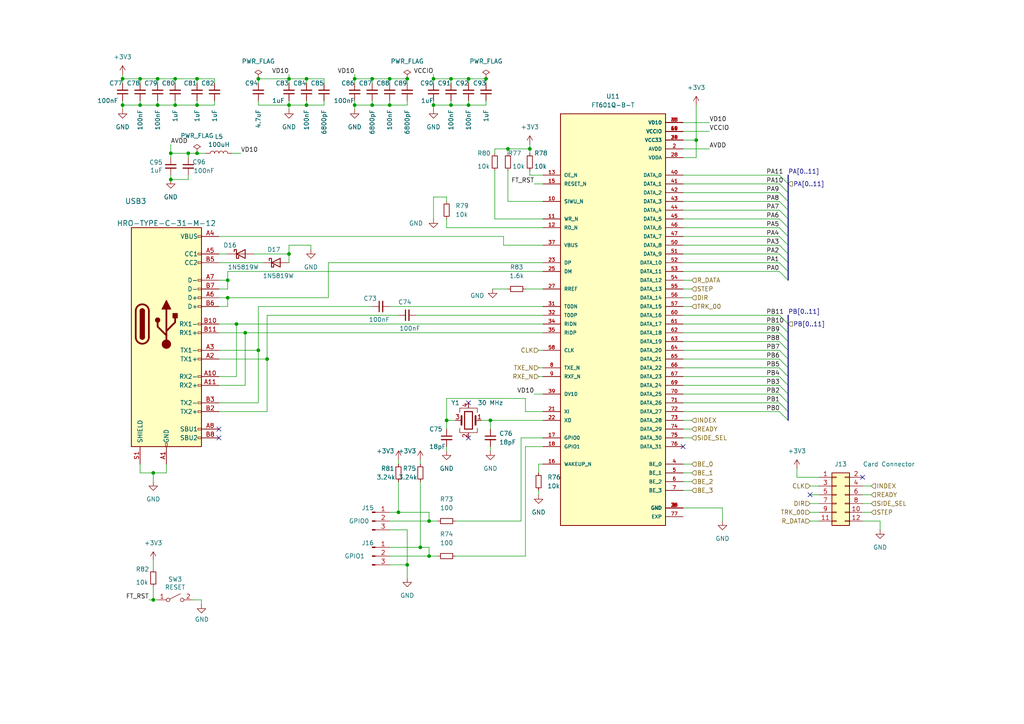
<source format=kicad_sch>
(kicad_sch (version 20211123) (generator eeschema)
  (paper "A4")
  (lib_symbols
    (symbol "Connector:Conn_01x03_Male" (pin_names (offset 1.016) hide)
      (property "Reference" "J" (at 0 5.08 0))
      (property "Value" "Conn_01x03_Male" (at 0 -5.08 0))
      (symbol "Conn_01x03_Male_1_1"
        (pin passive line (at 5.08 2.54 180) (length 3.81) (name "Pin_1") (number "1"))
        (pin passive line (at 5.08 0 180) (length 3.81) (name "Pin_2") (number "2"))
        (pin passive line (at 5.08 -2.54 180) (length 3.81) (name "Pin_3") (number "3"))
      )
    )
    (symbol "Connector:USB_C_Receptacle" (pin_names (offset 1.016))
      (property "Reference" "J" (at -10.16 29.21 0))
      (property "Value" "USB_C_Receptacle" (at 10.16 29.21 0))
      (symbol "USB_C_Receptacle_1_1"
        (pin passive line (at 0 -40.64 90) (length 5.08) (name "GND") (number "A1"))
        (pin bidirectional line (at 15.24 -15.24 180) (length 5.08) (name "RX2-") (number "A10"))
        (pin bidirectional line (at 15.24 -17.78 180) (length 5.08) (name "RX2+") (number "A11"))
        (pin passive line (at 0 -40.64 90) (length 5.08) hide (name "GND") (number "A12"))
        (pin bidirectional line (at 15.24 -10.16 180) (length 5.08) (name "TX1+") (number "A2"))
        (pin bidirectional line (at 15.24 -7.62 180) (length 5.08) (name "TX1-") (number "A3"))
        (pin passive line (at 15.24 25.4 180) (length 5.08) (name "VBUS") (number "A4"))
        (pin bidirectional line (at 15.24 20.32 180) (length 5.08) (name "CC1") (number "A5"))
        (pin bidirectional line (at 15.24 7.62 180) (length 5.08) (name "D+") (number "A6"))
        (pin bidirectional line (at 15.24 12.7 180) (length 5.08) (name "D-") (number "A7"))
        (pin bidirectional line (at 15.24 -30.48 180) (length 5.08) (name "SBU1") (number "A8"))
        (pin passive line (at 15.24 25.4 180) (length 5.08) hide (name "VBUS") (number "A9"))
        (pin passive line (at 0 -40.64 90) (length 5.08) hide (name "GND") (number "B1"))
        (pin bidirectional line (at 15.24 0 180) (length 5.08) (name "RX1-") (number "B10"))
        (pin bidirectional line (at 15.24 -2.54 180) (length 5.08) (name "RX1+") (number "B11"))
        (pin passive line (at 0 -40.64 90) (length 5.08) hide (name "GND") (number "B12"))
        (pin bidirectional line (at 15.24 -25.4 180) (length 5.08) (name "TX2+") (number "B2"))
        (pin bidirectional line (at 15.24 -22.86 180) (length 5.08) (name "TX2-") (number "B3"))
        (pin passive line (at 15.24 25.4 180) (length 5.08) hide (name "VBUS") (number "B4"))
        (pin bidirectional line (at 15.24 17.78 180) (length 5.08) (name "CC2") (number "B5"))
        (pin bidirectional line (at 15.24 5.08 180) (length 5.08) (name "D+") (number "B6"))
        (pin bidirectional line (at 15.24 10.16 180) (length 5.08) (name "D-") (number "B7"))
        (pin bidirectional line (at 15.24 -33.02 180) (length 5.08) (name "SBU2") (number "B8"))
        (pin passive line (at 15.24 25.4 180) (length 5.08) hide (name "VBUS") (number "B9"))
        (pin passive line (at -7.62 -40.64 90) (length 5.08) (name "SHIELD") (number "S1"))
      )
    )
    (symbol "Connector_Generic:Conn_02x06_Odd_Even" (pin_names (offset 1.016) hide)
      (property "Reference" "J" (at 1.27 7.62 0))
      (property "Value" "Conn_02x06_Odd_Even" (at 1.27 -10.16 0))
      (symbol "Conn_02x06_Odd_Even_1_1"
        (pin passive line (at -5.08 5.08 0) (length 3.81) (name "Pin_1") (number "1"))
        (pin passive line (at 7.62 -5.08 180) (length 3.81) (name "Pin_10") (number "10"))
        (pin passive line (at -5.08 -7.62 0) (length 3.81) (name "Pin_11") (number "11"))
        (pin passive line (at 7.62 -7.62 180) (length 3.81) (name "Pin_12") (number "12"))
        (pin passive line (at 7.62 5.08 180) (length 3.81) (name "Pin_2") (number "2"))
        (pin passive line (at -5.08 2.54 0) (length 3.81) (name "Pin_3") (number "3"))
        (pin passive line (at 7.62 2.54 180) (length 3.81) (name "Pin_4") (number "4"))
        (pin passive line (at -5.08 0 0) (length 3.81) (name "Pin_5") (number "5"))
        (pin passive line (at 7.62 0 180) (length 3.81) (name "Pin_6") (number "6"))
        (pin passive line (at -5.08 -2.54 0) (length 3.81) (name "Pin_7") (number "7"))
        (pin passive line (at 7.62 -2.54 180) (length 3.81) (name "Pin_8") (number "8"))
        (pin passive line (at -5.08 -5.08 0) (length 3.81) (name "Pin_9") (number "9"))
      )
    )
    (symbol "Device:C_Small" (pin_numbers hide) (pin_names (offset 0.254) hide)
      (property "Reference" "C" (at 0.254 1.778 0))
      (property "Value" "C_Small" (at 0.254 -2.032 0))
      (symbol "C_Small_1_1"
        (pin passive line (at 0 2.54 270) (length 2.032) (name "~") (number "1"))
        (pin passive line (at 0 -2.54 90) (length 2.032) (name "~") (number "2"))
      )
    )
    (symbol "Device:Crystal_GND24" (pin_names (offset 1.016) hide)
      (property "Reference" "Y" (at 3.175 5.08 0))
      (property "Value" "Crystal_GND24" (at 3.175 3.175 0))
      (symbol "Crystal_GND24_1_1"
        (pin passive line (at -3.81 0 0) (length 1.27) (name "1") (number "1"))
        (pin passive line (at 0 5.08 270) (length 1.27) (name "2") (number "2"))
        (pin passive line (at 3.81 0 180) (length 1.27) (name "3") (number "3"))
        (pin passive line (at 0 -5.08 90) (length 1.27) (name "4") (number "4"))
      )
    )
    (symbol "Device:D_Schottky" (pin_numbers hide) (pin_names (offset 1.016) hide)
      (property "Reference" "D" (at 0 2.54 0))
      (property "Value" "D_Schottky" (at 0 -2.54 0))
      (symbol "D_Schottky_1_1"
        (pin passive line (at -3.81 0 0) (length 2.54) (name "K") (number "1"))
        (pin passive line (at 3.81 0 180) (length 2.54) (name "A") (number "2"))
      )
    )
    (symbol "Device:L" (pin_numbers hide) (pin_names (offset 1.016) hide)
      (property "Reference" "L" (at -1.27 0 90))
      (property "Value" "L" (at 1.905 0 90))
      (symbol "L_1_1"
        (pin passive line (at 0 3.81 270) (length 1.27) (name "1") (number "1"))
        (pin passive line (at 0 -3.81 90) (length 1.27) (name "2") (number "2"))
      )
    )
    (symbol "Device:R_Small" (pin_numbers hide) (pin_names (offset 0.254) hide)
      (property "Reference" "R" (at 0.762 0.508 0))
      (property "Value" "R_Small" (at 0.762 -1.016 0))
      (symbol "R_Small_1_1"
        (pin passive line (at 0 2.54 270) (length 0.762) (name "~") (number "1"))
        (pin passive line (at 0 -2.54 90) (length 0.762) (name "~") (number "2"))
      )
    )
    (symbol "Greaseweazle:FT601Q-B-T" (pin_names (offset 1.016))
      (property "Reference" "U" (at -15.24 60.9854 0))
      (property "Value" "FT601Q-B-T" (at -15.2654 -61.0362 0))
      (symbol "FT601Q-B-T_0_0"
        (pin power_in line (at 20.32 -53.34 180) (length 5.08) (name "GND") (number "1"))
        (pin input line (at -20.32 35.56 0) (length 5.08) (name "SIWU_N") (number "10"))
        (pin input line (at -20.32 30.48 0) (length 5.08) (name "WR_N") (number "11"))
        (pin input line (at -20.32 27.94 0) (length 5.08) (name "RD_N") (number "12"))
        (pin input line (at -20.32 43.18 0) (length 5.08) (name "OE_N") (number "13"))
        (pin power_in line (at 20.32 55.88 180) (length 5.08) (name "VCCIO") (number "14"))
        (pin input line (at -20.32 40.64 0) (length 5.08) (name "RESET_N") (number "15"))
        (pin bidirectional line (at -20.32 -40.64 0) (length 5.08) (name "WAKEUP_N") (number "16"))
        (pin bidirectional line (at -20.32 -33.02 0) (length 5.08) (name "GPIO0") (number "17"))
        (pin bidirectional line (at -20.32 -35.56 0) (length 5.08) (name "GPIO1") (number "18"))
        (pin power_in line (at 20.32 50.8 180) (length 5.08) (name "AVDD") (number "2"))
        (pin power_in line (at 20.32 53.34 180) (length 5.08) (name "VCC33") (number "20"))
        (pin input line (at -20.32 -25.4 0) (length 5.08) (name "XI") (number "21"))
        (pin output line (at -20.32 -27.94 0) (length 5.08) (name "XO") (number "22"))
        (pin bidirectional line (at -20.32 17.78 0) (length 5.08) (name "DP") (number "23"))
        (pin power_in line (at 20.32 53.34 180) (length 5.08) (name "VCC33") (number "24"))
        (pin bidirectional line (at -20.32 15.24 0) (length 5.08) (name "DM") (number "25"))
        (pin power_in line (at 20.32 -53.34 180) (length 5.08) (name "GND") (number "26"))
        (pin input line (at -20.32 10.16 0) (length 5.08) (name "RREF") (number "27"))
        (pin power_in line (at 20.32 48.26 180) (length 5.08) (name "VDDA") (number "28"))
        (pin power_in line (at 20.32 -53.34 180) (length 5.08) (name "GND") (number "29"))
        (pin power_in line (at 20.32 58.42 180) (length 5.08) (name "VD10") (number "3"))
        (pin power_in line (at 20.32 58.42 180) (length 5.08) (name "VD10") (number "30"))
        (pin output line (at -20.32 5.08 0) (length 5.08) (name "T0DN") (number "31"))
        (pin output line (at -20.32 2.54 0) (length 5.08) (name "T0DP") (number "32"))
        (pin power_in line (at 20.32 58.42 180) (length 5.08) (name "VD10") (number "33"))
        (pin input line (at -20.32 0 0) (length 5.08) (name "RIDN") (number "34"))
        (pin input line (at -20.32 -2.54 0) (length 5.08) (name "RIDP") (number "35"))
        (pin power_in line (at 20.32 -53.34 180) (length 5.08) (name "GND") (number "36"))
        (pin input line (at -20.32 22.86 0) (length 5.08) (name "VBUS") (number "37"))
        (pin power_in line (at 20.32 53.34 180) (length 5.08) (name "VCC33") (number "38"))
        (pin output line (at -20.32 -20.32 0) (length 5.08) (name "DV10") (number "39"))
        (pin bidirectional line (at 20.32 -40.64 180) (length 5.08) (name "BE_0") (number "4"))
        (pin bidirectional line (at 20.32 43.18 180) (length 5.08) (name "DATA_0") (number "40"))
        (pin bidirectional line (at 20.32 40.64 180) (length 5.08) (name "DATA_1") (number "41"))
        (pin bidirectional line (at 20.32 38.1 180) (length 5.08) (name "DATA_2") (number "42"))
        (pin bidirectional line (at 20.32 35.56 180) (length 5.08) (name "DATA_3") (number "43"))
        (pin bidirectional line (at 20.32 33.02 180) (length 5.08) (name "DATA_4") (number "44"))
        (pin bidirectional line (at 20.32 30.48 180) (length 5.08) (name "DATA_5") (number "45"))
        (pin bidirectional line (at 20.32 27.94 180) (length 5.08) (name "DATA_6") (number "46"))
        (pin bidirectional line (at 20.32 25.4 180) (length 5.08) (name "DATA_7") (number "47"))
        (pin power_in line (at 20.32 58.42 180) (length 5.08) (name "VD10") (number "48"))
        (pin power_in line (at 20.32 55.88 180) (length 5.08) (name "VCCIO") (number "49"))
        (pin bidirectional line (at 20.32 -43.18 180) (length 5.08) (name "BE_1") (number "5"))
        (pin bidirectional line (at 20.32 22.86 180) (length 5.08) (name "DATA_8") (number "50"))
        (pin bidirectional line (at 20.32 20.32 180) (length 5.08) (name "DATA_9") (number "51"))
        (pin bidirectional line (at 20.32 17.78 180) (length 5.08) (name "DATA_10") (number "52"))
        (pin bidirectional line (at 20.32 15.24 180) (length 5.08) (name "DATA_11") (number "53"))
        (pin bidirectional line (at 20.32 12.7 180) (length 5.08) (name "DATA_12") (number "54"))
        (pin bidirectional line (at 20.32 10.16 180) (length 5.08) (name "DATA_13") (number "55"))
        (pin bidirectional line (at 20.32 7.62 180) (length 5.08) (name "DATA_14") (number "56"))
        (pin bidirectional line (at 20.32 5.08 180) (length 5.08) (name "DATA_15") (number "57"))
        (pin output line (at -20.32 -7.62 0) (length 5.08) (name "CLK") (number "58"))
        (pin power_in line (at 20.32 55.88 180) (length 5.08) (name "VCCIO") (number "59"))
        (pin bidirectional line (at 20.32 -45.72 180) (length 5.08) (name "BE_2") (number "6"))
        (pin bidirectional line (at 20.32 2.54 180) (length 5.08) (name "DATA_16") (number "60"))
        (pin bidirectional line (at 20.32 0 180) (length 5.08) (name "DATA_17") (number "61"))
        (pin bidirectional line (at 20.32 -2.54 180) (length 5.08) (name "DATA_18") (number "62"))
        (pin bidirectional line (at 20.32 -5.08 180) (length 5.08) (name "DATA_19") (number "63"))
        (pin bidirectional line (at 20.32 -7.62 180) (length 5.08) (name "DATA_20") (number "64"))
        (pin bidirectional line (at 20.32 -10.16 180) (length 5.08) (name "DATA_21") (number "65"))
        (pin bidirectional line (at 20.32 -12.7 180) (length 5.08) (name "DATA_22") (number "66"))
        (pin bidirectional line (at 20.32 -15.24 180) (length 5.08) (name "DATA_23") (number "67"))
        (pin power_in line (at 20.32 55.88 180) (length 5.08) (name "VCCIO") (number "68"))
        (pin bidirectional line (at 20.32 -17.78 180) (length 5.08) (name "DATA_24") (number "69"))
        (pin bidirectional line (at 20.32 -48.26 180) (length 5.08) (name "BE_3") (number "7"))
        (pin bidirectional line (at 20.32 -20.32 180) (length 5.08) (name "DATA_25") (number "70"))
        (pin bidirectional line (at 20.32 -22.86 180) (length 5.08) (name "DATA_26") (number "71"))
        (pin bidirectional line (at 20.32 -25.4 180) (length 5.08) (name "DATA_27") (number "72"))
        (pin bidirectional line (at 20.32 -27.94 180) (length 5.08) (name "DATA_28") (number "73"))
        (pin bidirectional line (at 20.32 -30.48 180) (length 5.08) (name "DATA_29") (number "74"))
        (pin bidirectional line (at 20.32 -33.02 180) (length 5.08) (name "DATA_30") (number "75"))
        (pin bidirectional line (at 20.32 -35.56 180) (length 5.08) (name "DATA_31") (number "76"))
        (pin power_in line (at 20.32 -55.88 180) (length 5.08) (name "EXP") (number "77"))
        (pin output line (at -20.32 -12.7 0) (length 5.08) (name "TXE_N") (number "8"))
        (pin output line (at -20.32 -15.24 0) (length 5.08) (name "RXF_N") (number "9"))
      )
    )
    (symbol "Switch:SW_SPST" (pin_names (offset 0) hide)
      (property "Reference" "SW" (at 0 3.175 0))
      (property "Value" "SW_SPST" (at 0 -2.54 0))
      (symbol "SW_SPST_1_1"
        (pin passive line (at -5.08 0 0) (length 2.54) (name "A") (number "1"))
        (pin passive line (at 5.08 0 180) (length 2.54) (name "B") (number "2"))
      )
    )
    (symbol "power:+3V3" (power) (pin_names (offset 0))
      (property "Value" "+3V3" (at 0 3.556 0))
      (symbol "+3V3_1_1"
        (pin power_in line (at 0 0 90) (length 0) hide (name "+3V3") (number "1"))
      )
    )
    (symbol "power:GND" (power) (pin_names (offset 0))
      (property "Value" "GND" (at 0 -3.81 0))
      (symbol "GND_1_1"
        (pin power_in line (at 0 0 270) (length 0) hide (name "GND") (number "1"))
      )
    )
    (symbol "power:PWR_FLAG" (power) (pin_numbers hide) (pin_names (offset 0) hide)
      (property "Value" "PWR_FLAG" (at 0 3.81 0))
      (symbol "PWR_FLAG_0_0"
        (pin power_out line (at 0 0 90) (length 0) (name "pwr") (number "1"))
      )
    )
  )
  (junction (at 130.81 30.48))
  (junction (at 50.8 30.48))
  (junction (at 83.82 73.66))
  (junction (at 153.67 43.18))
  (junction (at 66.04 86.36))
  (junction (at 54.61 44.45))
  (junction (at 40.64 30.48))
  (junction (at 118.11 163.83))
  (junction (at 201.93 40.64))
  (junction (at 121.92 158.75))
  (junction (at 66.04 81.28))
  (junction (at 77.47 104.14))
  (junction (at 129.54 121.92))
  (junction (at 74.93 22.86))
  (junction (at 113.03 22.86))
  (junction (at 83.82 22.86))
  (junction (at 102.87 22.86))
  (junction (at 44.45 173.99))
  (junction (at 102.87 30.48))
  (junction (at 124.46 161.29))
  (junction (at 45.72 30.48))
  (junction (at 147.32 43.18))
  (junction (at 130.81 22.86))
  (junction (at 88.9 30.48))
  (junction (at 35.56 22.86))
  (junction (at 140.97 22.86))
  (junction (at 115.57 148.59))
  (junction (at 113.03 30.48))
  (junction (at 124.46 151.13))
  (junction (at 125.73 22.86))
  (junction (at 142.24 121.92))
  (junction (at 49.53 52.07))
  (junction (at 118.11 22.86))
  (junction (at 74.93 101.6))
  (junction (at 107.95 22.86))
  (junction (at 57.15 30.48))
  (junction (at 71.12 96.52))
  (junction (at 107.95 30.48))
  (junction (at 135.89 22.86))
  (junction (at 44.45 137.16))
  (junction (at 49.53 44.45))
  (junction (at 40.64 22.86))
  (junction (at 57.15 22.86))
  (junction (at 83.82 30.48))
  (junction (at 50.8 22.86))
  (junction (at 57.15 44.45))
  (junction (at 135.89 30.48))
  (junction (at 68.58 93.98))
  (junction (at 45.72 22.86))
  (junction (at 125.73 30.48))
  (junction (at 35.56 30.48))
  (junction (at 88.9 22.86))
  (no_connect (at 250.19 138.43))
  (no_connect (at 135.89 127))
  (no_connect (at 198.12 129.54))
  (no_connect (at 135.89 116.84))
  (no_connect (at 63.5 124.46))
  (no_connect (at 63.5 127))
  (no_connect (at 234.95 143.51))
  (bus_entry (at 226.06 60.96) (size 2.54 2.54))
  (bus_entry (at 226.06 76.2) (size 2.54 2.54))
  (bus_entry (at 226.06 104.14) (size 2.54 2.54))
  (bus_entry (at 226.06 96.52) (size 2.54 2.54))
  (bus_entry (at 226.06 71.12) (size 2.54 2.54))
  (bus_entry (at 226.06 66.04) (size 2.54 2.54))
  (bus_entry (at 226.06 68.58) (size 2.54 2.54))
  (bus_entry (at 226.06 116.84) (size 2.54 2.54))
  (bus_entry (at 226.06 78.74) (size 2.54 2.54))
  (bus_entry (at 226.06 73.66) (size 2.54 2.54))
  (bus_entry (at 226.06 109.22) (size 2.54 2.54))
  (bus_entry (at 226.06 111.76) (size 2.54 2.54))
  (bus_entry (at 226.06 93.98) (size 2.54 2.54))
  (bus_entry (at 226.06 55.88) (size 2.54 2.54))
  (bus_entry (at 226.06 99.06) (size 2.54 2.54))
  (bus_entry (at 226.06 101.6) (size 2.54 2.54))
  (bus_entry (at 226.06 119.38) (size 2.54 2.54))
  (bus_entry (at 226.06 106.68) (size 2.54 2.54))
  (bus_entry (at 226.06 50.8) (size 2.54 2.54))
  (bus_entry (at 226.06 91.44) (size 2.54 2.54))
  (bus_entry (at 226.06 114.3) (size 2.54 2.54))
  (bus_entry (at 226.06 53.34) (size 2.54 2.54))
  (bus_entry (at 226.06 58.42) (size 2.54 2.54))
  (bus_entry (at 226.06 63.5) (size 2.54 2.54))
  (bus (pts (xy 228.6 53.34) (xy 228.6 55.88)))
  (wire (pts (xy 102.87 21.59) (xy 102.87 22.86)))
  (wire (pts (xy 198.12 78.74) (xy 226.06 78.74)))
  (wire (pts (xy 88.9 22.86) (xy 93.98 22.86)))
  (wire (pts (xy 198.12 83.82) (xy 200.66 83.82)))
  (wire (pts (xy 62.23 30.48) (xy 62.23 29.21)))
  (wire (pts (xy 151.13 127) (xy 151.13 151.13)))
  (wire (pts (xy 198.12 93.98) (xy 226.06 93.98)))
  (wire (pts (xy 55.88 173.99) (xy 58.42 173.99)))
  (bus (pts (xy 228.6 50.8) (xy 228.6 53.34)))
  (wire (pts (xy 40.64 30.48) (xy 40.64 29.21)))
  (wire (pts (xy 44.45 162.56) (xy 44.45 165.1)))
  (wire (pts (xy 44.45 170.18) (xy 44.45 173.99)))
  (wire (pts (xy 88.9 22.86) (xy 88.9 24.13)))
  (bus (pts (xy 228.6 71.12) (xy 228.6 73.66)))
  (wire (pts (xy 57.15 22.86) (xy 62.23 22.86)))
  (wire (pts (xy 67.31 44.45) (xy 69.85 44.45)))
  (wire (pts (xy 50.8 22.86) (xy 50.8 24.13)))
  (wire (pts (xy 140.97 22.86) (xy 140.97 24.13)))
  (wire (pts (xy 113.03 153.67) (xy 118.11 153.67)))
  (bus (pts (xy 228.6 60.96) (xy 228.6 63.5)))
  (wire (pts (xy 124.46 148.59) (xy 124.46 151.13)))
  (wire (pts (xy 35.56 21.59) (xy 35.56 22.86)))
  (wire (pts (xy 107.95 30.48) (xy 107.95 29.21)))
  (wire (pts (xy 83.82 22.86) (xy 83.82 24.13)))
  (wire (pts (xy 115.57 148.59) (xy 124.46 148.59)))
  (wire (pts (xy 74.93 116.84) (xy 74.93 101.6)))
  (wire (pts (xy 125.73 57.15) (xy 129.54 57.15)))
  (wire (pts (xy 35.56 22.86) (xy 40.64 22.86)))
  (wire (pts (xy 40.64 22.86) (xy 40.64 24.13)))
  (bus (pts (xy 228.6 106.68) (xy 228.6 109.22)))
  (wire (pts (xy 198.12 71.12) (xy 226.06 71.12)))
  (wire (pts (xy 154.94 114.3) (xy 157.48 114.3)))
  (wire (pts (xy 234.95 140.97) (xy 237.49 140.97)))
  (wire (pts (xy 153.67 41.91) (xy 153.67 43.18)))
  (wire (pts (xy 35.56 30.48) (xy 40.64 30.48)))
  (wire (pts (xy 140.97 30.48) (xy 140.97 29.21)))
  (wire (pts (xy 74.93 22.86) (xy 83.82 22.86)))
  (wire (pts (xy 95.25 86.36) (xy 95.25 76.2)))
  (wire (pts (xy 143.51 49.53) (xy 143.51 63.5)))
  (wire (pts (xy 63.5 81.28) (xy 66.04 81.28)))
  (wire (pts (xy 63.5 116.84) (xy 74.93 116.84)))
  (wire (pts (xy 107.95 30.48) (xy 113.03 30.48)))
  (bus (pts (xy 228.6 68.58) (xy 228.6 71.12)))
  (wire (pts (xy 234.95 148.59) (xy 237.49 148.59)))
  (wire (pts (xy 198.12 55.88) (xy 226.06 55.88)))
  (bus (pts (xy 228.6 63.5) (xy 228.6 66.04)))
  (wire (pts (xy 88.9 30.48) (xy 88.9 29.21)))
  (wire (pts (xy 58.42 173.99) (xy 58.42 175.26)))
  (wire (pts (xy 125.73 21.59) (xy 125.73 22.86)))
  (wire (pts (xy 156.21 109.22) (xy 157.48 109.22)))
  (bus (pts (xy 228.6 93.98) (xy 228.6 96.52)))
  (wire (pts (xy 125.73 29.21) (xy 125.73 30.48)))
  (wire (pts (xy 198.12 86.36) (xy 200.66 86.36)))
  (wire (pts (xy 129.54 115.57) (xy 129.54 121.92)))
  (wire (pts (xy 250.19 146.05) (xy 252.73 146.05)))
  (wire (pts (xy 121.92 133.35) (xy 121.92 134.62)))
  (wire (pts (xy 142.24 121.92) (xy 157.48 121.92)))
  (wire (pts (xy 198.12 109.22) (xy 226.06 109.22)))
  (wire (pts (xy 66.04 81.28) (xy 66.04 83.82)))
  (wire (pts (xy 45.72 30.48) (xy 45.72 29.21)))
  (wire (pts (xy 66.04 78.74) (xy 66.04 81.28)))
  (wire (pts (xy 74.93 88.9) (xy 74.93 101.6)))
  (wire (pts (xy 57.15 44.45) (xy 54.61 44.45)))
  (wire (pts (xy 120.65 91.44) (xy 157.48 91.44)))
  (wire (pts (xy 231.14 138.43) (xy 237.49 138.43)))
  (wire (pts (xy 154.94 53.34) (xy 157.48 53.34)))
  (wire (pts (xy 49.53 44.45) (xy 49.53 45.72)))
  (wire (pts (xy 66.04 86.36) (xy 95.25 86.36)))
  (wire (pts (xy 50.8 22.86) (xy 57.15 22.86)))
  (wire (pts (xy 129.54 63.5) (xy 129.54 66.04)))
  (wire (pts (xy 198.12 101.6) (xy 226.06 101.6)))
  (wire (pts (xy 48.26 137.16) (xy 48.26 134.62)))
  (wire (pts (xy 153.67 50.8) (xy 157.48 50.8)))
  (wire (pts (xy 124.46 151.13) (xy 127 151.13)))
  (wire (pts (xy 198.12 124.46) (xy 200.66 124.46)))
  (wire (pts (xy 198.12 50.8) (xy 226.06 50.8)))
  (wire (pts (xy 152.4 161.29) (xy 132.08 161.29)))
  (wire (pts (xy 43.18 173.99) (xy 44.45 173.99)))
  (wire (pts (xy 198.12 68.58) (xy 226.06 68.58)))
  (wire (pts (xy 88.9 30.48) (xy 93.98 30.48)))
  (wire (pts (xy 118.11 163.83) (xy 113.03 163.83)))
  (wire (pts (xy 135.89 30.48) (xy 135.89 29.21)))
  (wire (pts (xy 129.54 57.15) (xy 129.54 58.42)))
  (bus (pts (xy 228.6 73.66) (xy 228.6 76.2)))
  (wire (pts (xy 71.12 96.52) (xy 157.48 96.52)))
  (wire (pts (xy 63.5 109.22) (xy 68.58 109.22)))
  (wire (pts (xy 157.48 129.54) (xy 152.4 129.54)))
  (wire (pts (xy 83.82 21.59) (xy 83.82 22.86)))
  (wire (pts (xy 83.82 30.48) (xy 88.9 30.48)))
  (bus (pts (xy 228.6 66.04) (xy 228.6 68.58)))
  (wire (pts (xy 198.12 81.28) (xy 200.66 81.28)))
  (wire (pts (xy 231.14 135.89) (xy 231.14 138.43)))
  (wire (pts (xy 63.5 104.14) (xy 77.47 104.14)))
  (wire (pts (xy 35.56 22.86) (xy 35.56 24.13)))
  (wire (pts (xy 153.67 49.53) (xy 153.67 50.8)))
  (wire (pts (xy 132.08 121.92) (xy 129.54 121.92)))
  (wire (pts (xy 143.51 43.18) (xy 147.32 43.18)))
  (bus (pts (xy 228.6 91.44) (xy 228.6 93.98)))
  (wire (pts (xy 125.73 22.86) (xy 130.81 22.86)))
  (wire (pts (xy 102.87 30.48) (xy 107.95 30.48)))
  (wire (pts (xy 156.21 142.24) (xy 156.21 143.51)))
  (wire (pts (xy 57.15 30.48) (xy 57.15 29.21)))
  (wire (pts (xy 234.95 151.13) (xy 237.49 151.13)))
  (wire (pts (xy 130.81 22.86) (xy 135.89 22.86)))
  (bus (pts (xy 228.6 111.76) (xy 228.6 114.3)))
  (wire (pts (xy 142.875 83.82) (xy 147.32 83.82)))
  (wire (pts (xy 83.82 29.21) (xy 83.82 30.48)))
  (wire (pts (xy 113.03 88.9) (xy 157.48 88.9)))
  (bus (pts (xy 228.6 114.3) (xy 228.6 116.84)))
  (wire (pts (xy 44.45 173.99) (xy 45.72 173.99)))
  (wire (pts (xy 153.67 43.18) (xy 153.67 44.45)))
  (wire (pts (xy 152.4 83.82) (xy 157.48 83.82)))
  (bus (pts (xy 228.6 78.74) (xy 228.6 81.28)))
  (wire (pts (xy 71.12 111.76) (xy 63.5 111.76)))
  (wire (pts (xy 198.12 121.92) (xy 200.66 121.92)))
  (wire (pts (xy 77.47 119.38) (xy 77.47 104.14)))
  (bus (pts (xy 228.6 119.38) (xy 228.6 121.92)))
  (wire (pts (xy 118.11 22.86) (xy 118.11 24.13)))
  (wire (pts (xy 63.5 101.6) (xy 74.93 101.6)))
  (wire (pts (xy 135.89 30.48) (xy 140.97 30.48)))
  (wire (pts (xy 125.73 22.86) (xy 125.73 24.13)))
  (wire (pts (xy 118.11 30.48) (xy 118.11 29.21)))
  (wire (pts (xy 146.05 71.12) (xy 157.48 71.12)))
  (wire (pts (xy 198.12 137.16) (xy 200.66 137.16)))
  (wire (pts (xy 198.12 73.66) (xy 226.06 73.66)))
  (wire (pts (xy 198.12 111.76) (xy 226.06 111.76)))
  (wire (pts (xy 54.61 52.07) (xy 54.61 50.8)))
  (wire (pts (xy 198.12 88.9) (xy 200.66 88.9)))
  (wire (pts (xy 74.93 88.9) (xy 107.95 88.9)))
  (wire (pts (xy 95.25 76.2) (xy 157.48 76.2)))
  (wire (pts (xy 50.8 30.48) (xy 50.8 29.21)))
  (wire (pts (xy 113.03 22.86) (xy 113.03 24.13)))
  (wire (pts (xy 49.53 41.91) (xy 49.53 44.45)))
  (wire (pts (xy 129.54 129.54) (xy 129.54 130.81)))
  (wire (pts (xy 45.72 22.86) (xy 45.72 24.13)))
  (wire (pts (xy 83.82 71.12) (xy 90.17 71.12)))
  (wire (pts (xy 57.15 22.86) (xy 57.15 24.13)))
  (wire (pts (xy 59.69 44.45) (xy 57.15 44.45)))
  (wire (pts (xy 63.5 96.52) (xy 71.12 96.52)))
  (wire (pts (xy 250.19 148.59) (xy 252.73 148.59)))
  (wire (pts (xy 54.61 44.45) (xy 54.61 45.72)))
  (wire (pts (xy 198.12 91.44) (xy 226.06 91.44)))
  (wire (pts (xy 93.98 30.48) (xy 93.98 29.21)))
  (wire (pts (xy 83.82 30.48) (xy 83.82 31.75)))
  (wire (pts (xy 49.53 52.07) (xy 49.53 50.8)))
  (bus (pts (xy 228.6 76.2) (xy 228.6 78.74)))
  (wire (pts (xy 125.73 63.5) (xy 125.73 57.15)))
  (wire (pts (xy 255.27 151.13) (xy 255.27 153.67)))
  (wire (pts (xy 124.46 161.29) (xy 127 161.29)))
  (wire (pts (xy 63.5 73.66) (xy 66.04 73.66)))
  (wire (pts (xy 156.21 137.16) (xy 156.21 134.62)))
  (wire (pts (xy 198.12 106.68) (xy 226.06 106.68)))
  (wire (pts (xy 152.4 119.38) (xy 157.48 119.38)))
  (wire (pts (xy 198.12 35.56) (xy 205.74 35.56)))
  (wire (pts (xy 50.8 30.48) (xy 57.15 30.48)))
  (wire (pts (xy 115.57 139.7) (xy 115.57 148.59)))
  (wire (pts (xy 198.12 139.7) (xy 200.66 139.7)))
  (wire (pts (xy 156.21 106.68) (xy 157.48 106.68)))
  (wire (pts (xy 135.89 22.86) (xy 135.89 24.13)))
  (wire (pts (xy 71.12 96.52) (xy 71.12 111.76)))
  (wire (pts (xy 198.12 114.3) (xy 226.06 114.3)))
  (wire (pts (xy 198.12 134.62) (xy 200.66 134.62)))
  (wire (pts (xy 44.45 137.16) (xy 44.45 139.7)))
  (wire (pts (xy 62.23 22.86) (xy 62.23 24.13)))
  (wire (pts (xy 201.93 45.72) (xy 201.93 40.64)))
  (wire (pts (xy 198.12 38.1) (xy 205.74 38.1)))
  (wire (pts (xy 40.64 30.48) (xy 45.72 30.48)))
  (wire (pts (xy 129.54 115.57) (xy 152.4 115.57)))
  (wire (pts (xy 40.64 22.86) (xy 45.72 22.86)))
  (wire (pts (xy 139.7 121.92) (xy 142.24 121.92)))
  (bus (pts (xy 228.6 58.42) (xy 228.6 60.96)))
  (wire (pts (xy 83.82 73.66) (xy 83.82 71.12)))
  (wire (pts (xy 35.56 29.21) (xy 35.56 30.48)))
  (wire (pts (xy 73.66 73.66) (xy 83.82 73.66)))
  (wire (pts (xy 118.11 153.67) (xy 118.11 163.83)))
  (wire (pts (xy 68.58 109.22) (xy 68.58 93.98)))
  (wire (pts (xy 198.12 119.38) (xy 226.06 119.38)))
  (wire (pts (xy 113.03 30.48) (xy 118.11 30.48)))
  (wire (pts (xy 147.32 58.42) (xy 157.48 58.42)))
  (wire (pts (xy 45.72 22.86) (xy 50.8 22.86)))
  (wire (pts (xy 152.4 115.57) (xy 152.4 119.38)))
  (bus (pts (xy 228.6 104.14) (xy 228.6 106.68)))
  (wire (pts (xy 142.24 129.54) (xy 142.24 130.81)))
  (bus (pts (xy 228.6 101.6) (xy 228.6 104.14)))
  (wire (pts (xy 74.93 24.13) (xy 74.93 22.86)))
  (wire (pts (xy 147.32 49.53) (xy 147.32 58.42)))
  (wire (pts (xy 147.32 44.45) (xy 147.32 43.18)))
  (wire (pts (xy 198.12 63.5) (xy 226.06 63.5)))
  (wire (pts (xy 152.4 129.54) (xy 152.4 161.29)))
  (wire (pts (xy 57.15 30.48) (xy 62.23 30.48)))
  (wire (pts (xy 74.93 30.48) (xy 83.82 30.48)))
  (wire (pts (xy 113.03 22.86) (xy 118.11 22.86)))
  (wire (pts (xy 157.48 78.74) (xy 66.04 78.74)))
  (wire (pts (xy 113.03 158.75) (xy 121.92 158.75)))
  (wire (pts (xy 113.03 151.13) (xy 124.46 151.13)))
  (wire (pts (xy 121.92 139.7) (xy 121.92 158.75)))
  (wire (pts (xy 66.04 86.36) (xy 63.5 86.36)))
  (wire (pts (xy 209.55 147.32) (xy 209.55 151.13)))
  (wire (pts (xy 113.03 30.48) (xy 113.03 29.21)))
  (bus (pts (xy 228.6 109.22) (xy 228.6 111.76)))
  (wire (pts (xy 102.87 22.86) (xy 102.87 24.13)))
  (wire (pts (xy 143.51 44.45) (xy 143.51 43.18)))
  (wire (pts (xy 40.64 134.62) (xy 40.64 137.16)))
  (wire (pts (xy 143.51 63.5) (xy 157.48 63.5)))
  (wire (pts (xy 63.5 93.98) (xy 68.58 93.98)))
  (wire (pts (xy 142.24 121.92) (xy 142.24 124.46)))
  (wire (pts (xy 63.5 68.58) (xy 146.05 68.58)))
  (wire (pts (xy 77.47 104.14) (xy 77.47 91.44)))
  (wire (pts (xy 107.95 22.86) (xy 107.95 24.13)))
  (wire (pts (xy 63.5 119.38) (xy 77.47 119.38)))
  (bus (pts (xy 228.6 55.88) (xy 228.6 58.42)))
  (wire (pts (xy 129.54 66.04) (xy 157.48 66.04)))
  (wire (pts (xy 44.45 137.16) (xy 48.26 137.16)))
  (wire (pts (xy 198.12 43.18) (xy 205.74 43.18)))
  (wire (pts (xy 129.54 121.92) (xy 129.54 124.46)))
  (wire (pts (xy 132.08 151.13) (xy 151.13 151.13)))
  (wire (pts (xy 40.64 137.16) (xy 44.45 137.16)))
  (wire (pts (xy 93.98 22.86) (xy 93.98 24.13)))
  (wire (pts (xy 113.03 148.59) (xy 115.57 148.59)))
  (wire (pts (xy 63.5 76.2) (xy 76.2 76.2)))
  (wire (pts (xy 54.61 52.07) (xy 49.53 52.07)))
  (wire (pts (xy 198.12 142.24) (xy 200.66 142.24)))
  (wire (pts (xy 234.95 146.05) (xy 237.49 146.05)))
  (wire (pts (xy 125.73 30.48) (xy 125.73 31.75)))
  (wire (pts (xy 113.03 161.29) (xy 124.46 161.29)))
  (wire (pts (xy 198.12 76.2) (xy 226.06 76.2)))
  (wire (pts (xy 198.12 40.64) (xy 201.93 40.64)))
  (wire (pts (xy 250.19 151.13) (xy 255.27 151.13)))
  (wire (pts (xy 198.12 66.04) (xy 226.06 66.04)))
  (wire (pts (xy 250.19 143.51) (xy 252.73 143.51)))
  (wire (pts (xy 156.21 134.62) (xy 157.48 134.62)))
  (wire (pts (xy 107.95 22.86) (xy 113.03 22.86)))
  (wire (pts (xy 102.87 22.86) (xy 107.95 22.86)))
  (bus (pts (xy 228.6 116.84) (xy 228.6 119.38)))
  (wire (pts (xy 135.89 22.86) (xy 140.97 22.86)))
  (wire (pts (xy 66.04 88.9) (xy 66.04 86.36)))
  (wire (pts (xy 121.92 158.75) (xy 124.46 158.75)))
  (wire (pts (xy 130.81 30.48) (xy 135.89 30.48)))
  (wire (pts (xy 102.87 29.21) (xy 102.87 30.48)))
  (wire (pts (xy 198.12 60.96) (xy 226.06 60.96)))
  (wire (pts (xy 198.12 53.34) (xy 226.06 53.34)))
  (wire (pts (xy 74.93 29.21) (xy 74.93 30.48)))
  (wire (pts (xy 124.46 158.75) (xy 124.46 161.29)))
  (wire (pts (xy 68.58 93.98) (xy 157.48 93.98)))
  (wire (pts (xy 83.82 22.86) (xy 88.9 22.86)))
  (wire (pts (xy 198.12 147.32) (xy 209.55 147.32)))
  (wire (pts (xy 77.47 91.44) (xy 115.57 91.44)))
  (wire (pts (xy 198.12 104.14) (xy 226.06 104.14)))
  (wire (pts (xy 198.12 45.72) (xy 201.93 45.72)))
  (bus (pts (xy 228.6 96.52) (xy 228.6 99.06)))
  (wire (pts (xy 115.57 133.35) (xy 115.57 134.62)))
  (wire (pts (xy 147.32 43.18) (xy 153.67 43.18)))
  (wire (pts (xy 234.95 143.51) (xy 237.49 143.51)))
  (wire (pts (xy 45.72 30.48) (xy 50.8 30.48)))
  (wire (pts (xy 66.04 83.82) (xy 63.5 83.82)))
  (wire (pts (xy 198.12 127) (xy 200.66 127)))
  (wire (pts (xy 90.17 71.12) (xy 90.17 72.39)))
  (wire (pts (xy 125.73 30.48) (xy 130.81 30.48)))
  (wire (pts (xy 83.82 73.66) (xy 83.82 76.2)))
  (wire (pts (xy 198.12 96.52) (xy 226.06 96.52)))
  (wire (pts (xy 102.87 30.48) (xy 102.87 31.75)))
  (wire (pts (xy 130.81 30.48) (xy 130.81 29.21)))
  (wire (pts (xy 198.12 58.42) (xy 226.06 58.42)))
  (wire (pts (xy 118.11 163.83) (xy 118.11 167.64)))
  (wire (pts (xy 198.12 116.84) (xy 226.06 116.84)))
  (bus (pts (xy 228.6 99.06) (xy 228.6 101.6)))
  (wire (pts (xy 130.81 22.86) (xy 130.81 24.13)))
  (wire (pts (xy 146.05 68.58) (xy 146.05 71.12)))
  (wire (pts (xy 157.48 127) (xy 151.13 127)))
  (wire (pts (xy 35.56 30.48) (xy 35.56 31.75)))
  (wire (pts (xy 250.19 140.97) (xy 252.73 140.97)))
  (wire (pts (xy 201.93 30.48) (xy 201.93 40.64)))
  (wire (pts (xy 198.12 99.06) (xy 226.06 99.06)))
  (wire (pts (xy 156.21 101.6) (xy 157.48 101.6)))
  (wire (pts (xy 54.61 44.45) (xy 49.53 44.45)))
  (wire (pts (xy 63.5 88.9) (xy 66.04 88.9)))
  (label "VD10" (at 154.94 114.3 180))
  (label "PB1" (at 222.25 116.84 0))
  (label "AVDD" (at 205.74 43.18 0))
  (label "PA8" (at 222.25 58.42 0))
  (label "FT_RST" (at 154.94 53.34 180))
  (label "PB2" (at 222.25 114.3 0))
  (label "PB11" (at 222.25 91.44 0))
  (label "PA5" (at 222.25 66.04 0))
  (label "PB5" (at 222.25 106.68 0))
  (label "PA3" (at 222.25 71.12 0))
  (label "VCCIO" (at 125.73 21.59 180))
  (label "PB9" (at 222.25 96.52 0))
  (label "AVDD" (at 49.53 41.91 0))
  (label "PA9" (at 222.25 55.88 0))
  (label "PA0" (at 222.25 78.74 0))
  (label "VD10" (at 83.82 21.59 180))
  (label "PA1" (at 222.25 76.2 0))
  (label "VD10" (at 205.74 35.56 0))
  (label "PA4" (at 222.25 68.58 0))
  (label "PB0" (at 222.25 119.38 0))
  (label "VD10" (at 102.87 21.59 180))
  (label "VCCIO" (at 205.74 38.1 0))
  (label "PA11" (at 222.25 50.8 0))
  (label "PA2" (at 222.25 73.66 0))
  (label "PB8" (at 222.25 99.06 0))
  (label "PB[0..11]" (at 228.6 91.44 0))
  (label "PB10" (at 222.25 93.98 0))
  (label "PB6" (at 222.25 104.14 0))
  (label "PB3" (at 222.25 111.76 0))
  (label "PA[0..11]" (at 228.6 50.8 0))
  (label "PA10" (at 222.25 53.34 0))
  (label "PA6" (at 222.25 63.5 0))
  (label "VD10" (at 69.85 44.45 0))
  (label "PB4" (at 222.25 109.22 0))
  (label "PB7" (at 222.25 101.6 0))
  (label "FT_RST" (at 43.18 173.99 180))
  (label "PA7" (at 222.25 60.96 0))
  (hierarchical_label "BE_3" (shape input) (at 200.66 142.24 0))
  (hierarchical_label "CLK" (shape input) (at 156.21 101.6 180))
  (hierarchical_label "PA[0..11]" (shape input) (at 228.6 53.34 0))
  (hierarchical_label "DIR" (shape input) (at 200.66 86.36 0))
  (hierarchical_label "BE_1" (shape input) (at 200.66 137.16 0))
  (hierarchical_label "STEP" (shape input) (at 200.66 83.82 0))
  (hierarchical_label "RXE_N" (shape input) (at 156.21 109.22 180))
  (hierarchical_label "STEP" (shape input) (at 252.73 148.59 0))
  (hierarchical_label "READY" (shape input) (at 252.73 143.51 0))
  (hierarchical_label "PB[0..11]" (shape input) (at 228.6 93.98 0))
  (hierarchical_label "SIDE_SEL" (shape input) (at 252.73 146.05 0))
  (hierarchical_label "BE_0" (shape input) (at 200.66 134.62 0))
  (hierarchical_label "SIDE_SEL" (shape input) (at 200.66 127 0))
  (hierarchical_label "BE_2" (shape input) (at 200.66 139.7 0))
  (hierarchical_label "R_DATA" (shape input) (at 200.66 81.28 0))
  (hierarchical_label "TRK_00" (shape input) (at 200.66 88.9 0))
  (hierarchical_label "TXE_N" (shape input) (at 156.21 106.68 180))
  (hierarchical_label "CLK" (shape input) (at 234.95 140.97 180))
  (hierarchical_label "READY" (shape input) (at 200.66 124.46 0))
  (hierarchical_label "R_DATA" (shape input) (at 234.95 151.13 180))
  (hierarchical_label "INDEX" (shape input) (at 200.66 121.92 0))
  (hierarchical_label "INDEX" (shape input) (at 252.73 140.97 0))
  (hierarchical_label "DIR" (shape input) (at 234.95 146.05 180))
  (hierarchical_label "TRK_00" (shape input) (at 234.95 148.59 180))
  (symbol (lib_id "power:GND") (at 142.875 83.82 0) (unit 1)
    (property "Reference" "#PWR0257" (effects hide))
    (property "Value" "GND" (at 138.43 85.725 0))
  )
  (symbol (lib_id "Device:C_Small") (at 49.53 48.26 0) (mirror y) (unit 1)
    (property "Reference" "C95" (at 47.1932 47.0916 0) (effects (justify left)))
    (property "Value" "1uF" (at 47.1932 49.403 0) (effects (justify left)))
    (property "Footprint" "Capacitor_SMD:C_0603_1608Metric" (effects hide))
    (property "LCSC" "C15849" (effects hide))
  )
  (symbol (lib_id "Device:R_Small") (at 129.54 151.13 90) (unit 1)
    (property "Reference" "R73" (at 129.54 144.78 90))
    (property "Value" "100" (at 129.54 147.32 90))
    (property "Footprint" "Resistor_SMD:R_0402_1005Metric" (effects hide))
    (property "LCSC" "C25076" (effects hide))
  )
  (symbol (lib_id "Device:C_Small") (at 118.11 26.67 180) (unit 1)
    (property "Reference" "C89" (at 118.11 24.13 0) (effects (justify left)))
    (property "Value" "6800pF" (at 118.11 31.75 90) (effects (justify left)))
    (property "Footprint" "Capacitor_SMD:C_0402_1005Metric" (effects hide))
  )
  (symbol (lib_id "power:GND") (at 83.82 31.75 0) (unit 1)
    (property "Reference" "#PWR0232" (effects hide))
    (property "Value" "GND" (at 83.82 36.83 0))
  )
  (symbol (lib_id "Device:C_Small") (at 45.72 26.67 180) (unit 1)
    (property "Reference" "C79" (at 45.72 24.13 0) (effects (justify left)))
    (property "Value" "100nF" (at 45.72 31.75 90) (effects (justify left)))
    (property "Footprint" "Capacitor_SMD:C_0402_1005Metric" (effects hide))
    (property "LCSC" "C1525" (effects hide))
  )
  (symbol (lib_id "Connector_Generic:Conn_02x06_Odd_Even") (at 242.57 143.51 0) (unit 1)
    (property "Reference" "J13" (at 243.84 134.62 0))
    (property "Value" "Card Connector" (at 257.81 134.62 0))
    (property "Footprint" "Connector_IDC:IDC-Header_2x06_P2.54mm_Vertical" (effects hide))
  )
  (symbol (lib_id "Connector:Conn_01x03_Male") (at 107.95 151.13 0) (unit 1)
    (property "Reference" "J15" (at 106.68 147.32 0))
    (property "Value" "GPIO0" (at 104.14 151.13 0))
    (property "Footprint" "Jumper:SolderJumper-3_P1.3mm_Open_RoundedPad1.0x1.5mm_NumberLabels" (effects hide))
  )
  (symbol (lib_id "power:PWR_FLAG") (at 57.15 44.45 0) (unit 1)
    (property "Reference" "#FLG0103" (effects hide))
    (property "Value" "PWR_FLAG" (at 57.15 39.37 0))
  )
  (symbol (lib_id "Device:C_Small") (at 83.82 26.67 180) (unit 1)
    (property "Reference" "C83" (at 83.82 24.13 0) (effects (justify left)))
    (property "Value" "1uF" (at 82.55 29.21 0) (effects (justify left)))
    (property "Footprint" "Capacitor_SMD:C_0603_1608Metric" (effects hide))
    (property "LCSC" "C15849" (effects hide))
  )
  (symbol (lib_id "Device:C_Small") (at 125.73 26.67 180) (unit 1)
    (property "Reference" "C90" (at 125.73 24.13 0) (effects (justify left)))
    (property "Value" "1uF" (at 125.73 29.21 0) (effects (justify left)))
    (property "Footprint" "Capacitor_SMD:C_0603_1608Metric" (effects hide))
    (property "LCSC" "C15849" (effects hide))
  )
  (symbol (lib_id "Device:C_Small") (at 135.89 26.67 0) (mirror x) (unit 1)
    (property "Reference" "C92" (at 132.08 24.13 0) (effects (justify left)))
    (property "Value" "100nF" (at 135.89 31.75 90) (effects (justify left)))
    (property "Footprint" "Capacitor_SMD:C_0402_1005Metric" (effects hide))
    (property "LCSC" "C1525" (effects hide))
  )
  (symbol (lib_id "Device:R_Small") (at 121.92 137.16 0) (unit 1)
    (property "Reference" "R75" (at 116.84 135.89 0) (effects (justify left)))
    (property "Value" "3.24k" (at 115.57 138.43 0) (effects (justify left)))
    (property "Footprint" "Resistor_SMD:R_0402_1005Metric" (effects hide))
    (property "LCSC" "C11457" (effects hide))
  )
  (symbol (lib_id "power:PWR_FLAG") (at 74.93 22.86 0) (unit 1)
    (property "Reference" "#FLG0105" (effects hide))
    (property "Value" "PWR_FLAG" (at 74.93 17.78 0))
  )
  (symbol (lib_id "power:GND") (at 102.87 31.75 0) (unit 1)
    (property "Reference" "#PWR0241" (effects hide))
    (property "Value" "GND" (at 102.87 36.83 0))
  )
  (symbol (lib_id "Device:C_Small") (at 57.15 26.67 180) (unit 1)
    (property "Reference" "C81" (at 57.15 24.13 0) (effects (justify left)))
    (property "Value" "1uF" (at 57.15 31.75 90) (effects (justify left)))
    (property "Footprint" "Capacitor_SMD:C_0603_1608Metric" (effects hide))
    (property "LCSC" "C15849" (effects hide))
  )
  (symbol (lib_id "Device:C_Small") (at 35.56 26.67 180) (unit 1)
    (property "Reference" "C77" (at 35.56 24.13 0) (effects (justify left)))
    (property "Value" "100nF" (at 34.29 29.21 0) (effects (justify left)))
    (property "Footprint" "Capacitor_SMD:C_0402_1005Metric" (effects hide))
    (property "LCSC" "C1525" (effects hide))
  )
  (symbol (lib_id "Device:C_Small") (at 50.8 26.67 180) (unit 1)
    (property "Reference" "C80" (at 50.8 24.13 0) (effects (justify left)))
    (property "Value" "1uF" (at 50.8 31.75 90) (effects (justify left)))
    (property "Footprint" "Capacitor_SMD:C_0603_1608Metric" (effects hide))
    (property "LCSC" "C15849" (effects hide))
  )
  (symbol (lib_id "power:GND") (at 58.42 175.26 0) (unit 1)
    (property "Reference" "#PWR0255" (effects hide))
    (property "Value" "GND" (at 58.547 179.6542 0))
  )
  (symbol (lib_id "power:GND") (at 142.24 130.81 0) (unit 1)
    (property "Reference" "#PWR0221" (effects hide))
    (property "Value" "GND" (at 142.24 135.89 0))
  )
  (symbol (lib_id "power:GND") (at 125.73 31.75 0) (unit 1)
    (property "Reference" "#PWR0242" (effects hide))
    (property "Value" "GND" (at 125.73 36.83 0))
  )
  (symbol (lib_id "Device:C_Small") (at 93.98 26.67 180) (unit 1)
    (property "Reference" "C85" (at 93.98 24.13 0) (effects (justify left)))
    (property "Value" "6800pF" (at 93.98 31.75 90) (effects (justify left)))
    (property "Footprint" "Capacitor_SMD:C_0402_1005Metric" (effects hide))
  )
  (symbol (lib_id "Device:C_Small") (at 140.97 26.67 0) (mirror x) (unit 1)
    (property "Reference" "C93" (at 137.16 24.13 0) (effects (justify left)))
    (property "Value" "1uF" (at 140.97 31.75 90) (effects (justify left)))
    (property "Footprint" "Capacitor_SMD:C_0603_1608Metric" (effects hide))
    (property "LCSC" "C15849" (effects hide))
  )
  (symbol (lib_id "power:GND") (at 209.55 151.13 0) (unit 1)
    (property "Reference" "#PWR0227" (effects hide))
    (property "Value" "GND" (at 209.55 156.21 0))
  )
  (symbol (lib_id "Device:R_Small") (at 129.54 60.96 180) (unit 1)
    (property "Reference" "R79" (at 132.08 59.6899 0) (effects (justify right)))
    (property "Value" "10k" (at 132.08 62.2299 0) (effects (justify right)))
    (property "Footprint" "Resistor_SMD:R_0402_1005Metric" (effects hide))
    (property "LCSC" "C25744" (effects hide))
  )
  (symbol (lib_id "Device:Crystal_GND24") (at 135.89 121.92 180) (unit 1)
    (property "Reference" "Y1" (at 132.08 116.84 0))
    (property "Value" "30 MHz" (at 142.24 116.84 0))
    (property "Footprint" "Oscillator:Oscillator_SMD_Abracon_ASDMB-4Pin_2.5x2.0mm" (effects hide))
    (property "LCSC" "C252267" (effects hide))
  )
  (symbol (lib_id "Switch:SW_SPST") (at 50.8 173.99 0) (unit 1)
    (property "Reference" "SW3" (at 50.8 168.021 0))
    (property "Value" "RESET" (at 50.8 170.3324 0))
    (property "Footprint" "Greaseweazle:SW_Push_1P1T_NO_CK_K2-1102SP-C4SC-04" (effects hide))
    (property "Datasheet" "https://datasheet.lcsc.com/szlcsc/1811082113_Korean-Hroparts-Elec-K2-1102SP-C4SC-04_C127509.pdf" (effects hide))
    (property "LCSC" "C127509" (effects hide))
  )
  (symbol (lib_id "power:+3V3") (at 121.92 133.35 0) (unit 1)
    (property "Reference" "#PWR0228" (effects hide))
    (property "Value" "+3V3" (at 118.11 130.81 0))
  )
  (symbol (lib_id "power:GND") (at 156.21 143.51 0) (unit 1)
    (property "Reference" "#PWR0246" (effects hide))
    (property "Value" "GND" (at 156.21 148.59 0))
  )
  (symbol (lib_id "power:+3V3") (at 201.93 30.48 0) (unit 1)
    (property "Reference" "#PWR0217" (effects hide))
    (property "Value" "+3V3" (at 201.93 25.4 0))
  )
  (symbol (lib_id "Device:R_Small") (at 143.51 46.99 180) (unit 1)
    (property "Reference" "R80" (at 138.43 44.45 0) (effects (justify right)))
    (property "Value" "10k" (at 138.43 48.26 0) (effects (justify right)))
    (property "Footprint" "Resistor_SMD:R_0402_1005Metric" (effects hide))
    (property "LCSC" "C25744" (effects hide))
  )
  (symbol (lib_id "Device:R_Small") (at 115.57 137.16 0) (unit 1)
    (property "Reference" "R81" (at 110.49 135.89 0) (effects (justify left)))
    (property "Value" "3.24k" (at 109.22 138.43 0) (effects (justify left)))
    (property "Footprint" "Resistor_SMD:R_0402_1005Metric" (effects hide))
    (property "LCSC" "C11457" (effects hide))
  )
  (symbol (lib_id "Device:R_Small") (at 44.45 167.64 180) (unit 1)
    (property "Reference" "R82" (at 39.37 165.1 0) (effects (justify right)))
    (property "Value" "10k" (at 39.37 168.91 0) (effects (justify right)))
    (property "Footprint" "Resistor_SMD:R_0402_1005Metric" (effects hide))
    (property "LCSC" "C25744" (effects hide))
  )
  (symbol (lib_id "Device:C_Small") (at 40.64 26.67 180) (unit 1)
    (property "Reference" "C78" (at 40.64 24.13 0) (effects (justify left)))
    (property "Value" "100nF" (at 40.64 31.75 90) (effects (justify left)))
    (property "Footprint" "Capacitor_SMD:C_0402_1005Metric" (effects hide))
    (property "LCSC" "C1525" (effects hide))
  )
  (symbol (lib_id "Device:D_Schottky") (at 80.01 76.2 0) (unit 1)
    (property "Reference" "D17" (at 77.47 72.39 0) (effects (justify left)))
    (property "Value" "1N5819W" (at 76.2 80.01 0) (effects (justify left)))
    (property "Footprint" "Diode_SMD:D_SOD-123" (effects hide))
    (property "LCSC" "C963381" (effects hide))
  )
  (symbol (lib_id "Device:C_Small") (at 110.49 88.9 90) (unit 1)
    (property "Reference" "C73" (at 109.3216 86.5632 90) (effects (justify left)))
    (property "Value" "100nF" (at 113.03 92.71 90) (effects (justify left)))
    (property "Footprint" "Capacitor_SMD:C_0402_1005Metric" (effects hide))
    (property "LCSC" "C1525" (effects hide))
  )
  (symbol (lib_id "power:GND") (at 129.54 130.81 0) (unit 1)
    (property "Reference" "#PWR0220" (effects hide))
    (property "Value" "GND" (at 129.54 135.89 0))
  )
  (symbol (lib_id "Device:R_Small") (at 156.21 139.7 180) (unit 1)
    (property "Reference" "R76" (at 158.75 138.4299 0) (effects (justify right)))
    (property "Value" "10k" (at 158.75 140.9699 0) (effects (justify right)))
    (property "Footprint" "Resistor_SMD:R_0402_1005Metric" (effects hide))
    (property "LCSC" "C25744" (effects hide))
  )
  (symbol (lib_id "Device:C_Small") (at 142.24 127 0) (unit 1)
    (property "Reference" "C76" (at 144.78 125.7362 0) (effects (justify left)))
    (property "Value" "18pF" (at 144.78 128.2762 0) (effects (justify left)))
    (property "Footprint" "Capacitor_SMD:C_0402_1005Metric" (effects hide))
  )
  (symbol (lib_id "power:GND") (at 44.45 139.7 0) (unit 1)
    (property "Reference" "#PWR0218" (effects hide))
    (property "Value" "GND" (at 44.45 144.78 0))
  )
  (symbol (lib_id "power:+3V3") (at 44.45 162.56 0) (unit 1)
    (property "Reference" "#PWR0256" (effects hide))
    (property "Value" "+3V3" (at 44.45 157.48 0))
  )
  (symbol (lib_id "Device:C_Small") (at 74.93 26.67 180) (unit 1)
    (property "Reference" "C94" (at 74.93 24.13 0) (effects (justify left)))
    (property "Value" "4.7uF" (at 74.93 31.75 90) (effects (justify left)))
    (property "Footprint" "Capacitor_SMD:C_0603_1608Metric" (effects hide))
  )
  (symbol (lib_id "power:+3V3") (at 231.14 135.89 0) (unit 1)
    (property "Reference" "#PWR0225" (effects hide))
    (property "Value" "+3V3" (at 231.14 130.81 0))
  )
  (symbol (lib_id "Device:C_Small") (at 113.03 26.67 180) (unit 1)
    (property "Reference" "C88" (at 113.03 24.13 0) (effects (justify left)))
    (property "Value" "100nF" (at 113.03 31.75 90) (effects (justify left)))
    (property "Footprint" "Capacitor_SMD:C_0402_1005Metric" (effects hide))
    (property "LCSC" "C1525" (effects hide))
  )
  (symbol (lib_id "power:GND") (at 90.17 72.39 0) (unit 1)
    (property "Reference" "#PWR0219" (effects hide))
    (property "Value" "GND" (at 90.17 77.47 0))
  )
  (symbol (lib_id "Device:C_Small") (at 62.23 26.67 180) (unit 1)
    (property "Reference" "C82" (at 62.23 24.13 0) (effects (justify left)))
    (property "Value" "1uF" (at 62.23 31.75 90) (effects (justify left)))
    (property "Footprint" "Capacitor_SMD:C_0603_1608Metric" (effects hide))
    (property "LCSC" "C15849" (effects hide))
  )
  (symbol (lib_id "Device:C_Small") (at 88.9 26.67 180) (unit 1)
    (property "Reference" "C84" (at 88.9 24.13 0) (effects (justify left)))
    (property "Value" "100nF" (at 88.9 31.75 90) (effects (justify left)))
    (property "Footprint" "Capacitor_SMD:C_0402_1005Metric" (effects hide))
    (property "LCSC" "C1525" (effects hide))
  )
  (symbol (lib_id "power:GND") (at 35.56 31.75 0) (unit 1)
    (property "Reference" "#PWR0231" (effects hide))
    (property "Value" "GND" (at 35.56 36.83 0))
  )
  (symbol (lib_id "Device:D_Schottky") (at 69.85 73.66 0) (unit 1)
    (property "Reference" "D16" (at 64.77 71.12 0) (effects (justify left)))
    (property "Value" "1N5819W" (at 66.04 77.47 0) (effects (justify left)))
    (property "Footprint" "Diode_SMD:D_SOD-123" (effects hide))
    (property "LCSC" "C963381" (effects hide))
  )
  (symbol (lib_id "Device:R_Small") (at 153.67 46.99 180) (unit 1)
    (property "Reference" "R78" (at 154.94 44.45 0) (effects (justify right)))
    (property "Value" "10k" (at 154.94 48.26 0) (effects (justify right)))
    (property "Footprint" "Resistor_SMD:R_0402_1005Metric" (effects hide))
    (property "LCSC" "C25744" (effects hide))
  )
  (symbol (lib_id "Device:C_Small") (at 54.61 48.26 0) (mirror y) (unit 1)
    (property "Reference" "C96" (at 59.69 46.99 0) (effects (justify left)))
    (property "Value" "100nF" (at 62.23 49.53 0) (effects (justify left)))
    (property "Footprint" "Capacitor_SMD:C_0402_1005Metric" (effects hide))
    (property "LCSC" "C1525" (effects hide))
  )
  (symbol (lib_id "power:PWR_FLAG") (at 118.11 22.86 0) (unit 1)
    (property "Reference" "#FLG0106" (effects hide))
    (property "Value" "PWR_FLAG" (at 118.11 17.78 0))
  )
  (symbol (lib_id "power:GND") (at 255.27 153.67 0) (unit 1)
    (property "Reference" "#PWR0226" (effects hide))
    (property "Value" "GND" (at 255.27 158.75 0))
  )
  (symbol (lib_id "power:+3V3") (at 115.57 133.35 0) (unit 1)
    (property "Reference" "#PWR0254" (effects hide))
    (property "Value" "+3V3" (at 111.76 130.81 0))
  )
  (symbol (lib_id "power:GND") (at 118.11 167.64 0) (unit 1)
    (property "Reference" "#PWR0229" (effects hide))
    (property "Value" "GND" (at 118.11 172.72 0))
  )
  (symbol (lib_id "Device:R_Small") (at 149.86 83.82 270) (unit 1)
    (property "Reference" "R83" (at 149.86 77.47 90))
    (property "Value" "1.6k" (at 149.86 80.01 90))
    (property "Footprint" "Resistor_SMD:R_0402_1005Metric" (effects hide))
  )
  (symbol (lib_id "power:GND") (at 125.73 63.5 0) (unit 1)
    (property "Reference" "#PWR0251" (effects hide))
    (property "Value" "GND" (at 120.65 64.77 0))
  )
  (symbol (lib_id "Device:R_Small") (at 147.32 46.99 180) (unit 1)
    (property "Reference" "R77" (at 147.32 44.45 0) (effects (justify right)))
    (property "Value" "10k" (at 148.59 48.26 0) (effects (justify right)))
    (property "Footprint" "Resistor_SMD:R_0402_1005Metric" (effects hide))
    (property "LCSC" "C25744" (effects hide))
  )
  (symbol (lib_id "Device:L") (at 63.5 44.45 90) (unit 1)
    (property "Reference" "L5" (at 63.5 39.624 90))
    (property "Value" "100uH" (at 63.5 41.9354 90))
    (property "Footprint" "Greaseweazle:L_6.3x6.3_H3" (effects hide))
  )
  (symbol (lib_id "Device:C_Small") (at 130.81 26.67 180) (unit 1)
    (property "Reference" "C91" (at 130.81 24.13 0) (effects (justify left)))
    (property "Value" "100nF" (at 130.81 31.75 90) (effects (justify left)))
    (property "Footprint" "Capacitor_SMD:C_0402_1005Metric" (effects hide))
    (property "LCSC" "C1525" (effects hide))
  )
  (symbol (lib_id "power:+3V3") (at 153.67 41.91 0) (unit 1)
    (property "Reference" "#PWR0250" (effects hide))
    (property "Value" "+3V3" (at 153.67 36.83 0))
  )
  (symbol (lib_id "Device:C_Small") (at 107.95 26.67 180) (unit 1)
    (property "Reference" "C87" (at 107.95 24.13 0) (effects (justify left)))
    (property "Value" "6800pF" (at 107.95 31.75 90) (effects (justify left)))
    (property "Footprint" "Capacitor_SMD:C_0402_1005Metric" (effects hide))
  )
  (symbol (lib_id "Device:R_Small") (at 129.54 161.29 90) (unit 1)
    (property "Reference" "R74" (at 129.54 154.94 90))
    (property "Value" "100" (at 129.54 157.48 90))
    (property "Footprint" "Resistor_SMD:R_0402_1005Metric" (effects hide))
    (property "LCSC" "C25076" (effects hide))
  )
  (symbol (lib_id "Device:C_Small") (at 102.87 26.67 180) (unit 1)
    (property "Reference" "C86" (at 102.87 24.13 0) (effects (justify left)))
    (property "Value" "100nF" (at 102.87 29.21 0) (effects (justify left)))
    (property "Footprint" "Capacitor_SMD:C_0402_1005Metric" (effects hide))
    (property "LCSC" "C1525" (effects hide))
  )
  (symbol (lib_id "Device:C_Small") (at 129.54 127 0) (unit 1)
    (property "Reference" "C75" (at 124.46 124.46 0) (effects (justify left)))
    (property "Value" "18pF" (at 124.46 129.54 0) (effects (justify left)))
    (property "Footprint" "Capacitor_SMD:C_0402_1005Metric" (effects hide))
  )
  (symbol (lib_id "power:PWR_FLAG") (at 140.97 22.86 0) (unit 1)
    (property "Reference" "#FLG0104" (effects hide))
    (property "Value" "PWR_FLAG" (at 140.97 17.78 0))
  )
  (symbol (lib_id "power:+3V3") (at 35.56 21.59 0) (unit 1)
    (property "Reference" "#PWR0230" (effects hide))
    (property "Value" "+3V3" (at 35.56 16.51 0))
  )
  (symbol (lib_id "Greaseweazle:FT601Q-B-T") (at 177.8 93.98 0) (unit 1)
    (property "Reference" "U11" (at 177.8 27.94 0))
    (property "Value" "FT601Q-B-T" (at 177.8 30.48 0))
    (property "Footprint" "Package_DFN_QFN:QFN-76-1EP_9x9mm_P0.4mm_EP3.8x3.8mm" (effects hide))
  )
  (symbol (lib_id "power:GND") (at 49.53 52.07 0) (unit 1)
    (property "Reference" "#PWR0245" (effects hide))
    (property "Value" "GND" (at 49.53 57.15 0))
  )
  (symbol (lib_id "Device:C_Small") (at 118.11 91.44 90) (unit 1)
    (property "Reference" "C74" (at 119.38 87.63 90) (effects (justify left)))
    (property "Value" "100nF" (at 121.92 95.25 90) (effects (justify left)))
    (property "Footprint" "Capacitor_SMD:C_0402_1005Metric" (effects hide))
    (property "LCSC" "C1525" (effects hide))
  )
  (symbol (lib_id "Connector:Conn_01x03_Male") (at 107.95 161.29 0) (unit 1)
    (property "Reference" "J16" (at 106.68 157.48 0))
    (property "Value" "GPIO1" (at 102.87 161.29 0))
    (property "Footprint" "Jumper:SolderJumper-3_P1.3mm_Open_RoundedPad1.0x1.5mm_NumberLabels" (effects hide))
  )
  (symbol (lib_id "Connector:USB_C_Receptacle") (at 48.26 93.98 0) (unit 1)
    (property "Reference" "USB3" (at 39.37 58.3438 0) (effects (font (size 1.524 1.524))))
    (property "Value" "HRO-TYPE-C-31-M-12" (at 48.26 64.77 0) (effects (font (size 1.524 1.524))))
    (property "Footprint" "Greaseweazle:USB_C_Receptacle_Amphenol_12401548E4-2A" (effects hide))
    (property "Datasheet" "https://www.usb.org/sites/default/files/documents/usb_type-c.zip" (effects hide))
    (property "LCSC" "C165948" (effects hide))
  )
)
</source>
